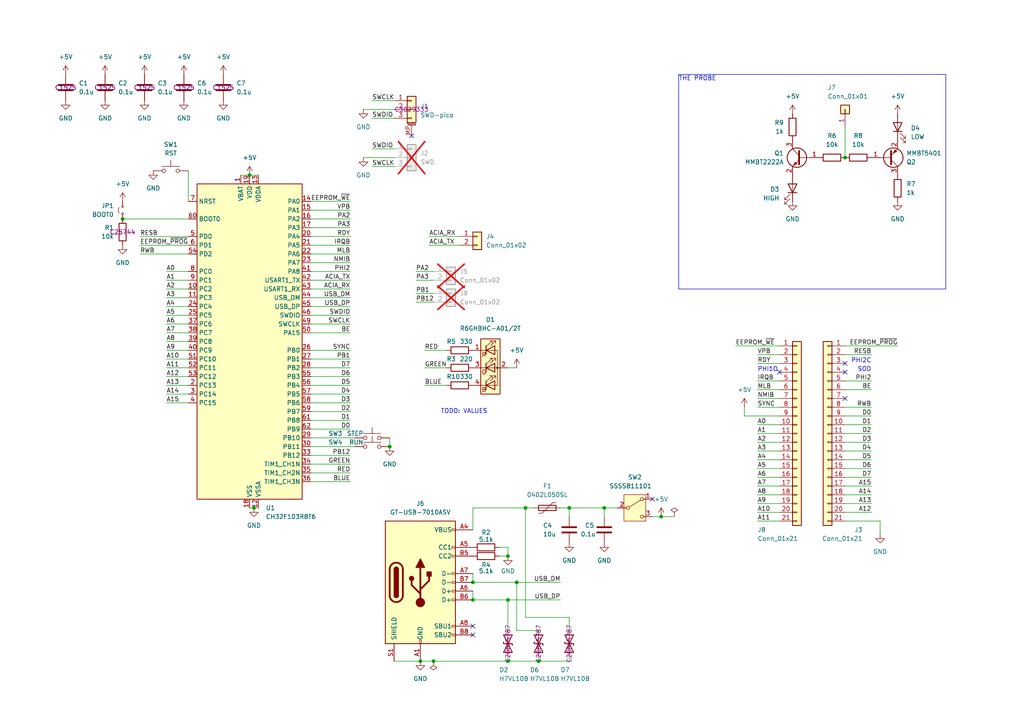
<source format=kicad_sch>
(kicad_sch (version 20250114) (generator "eeschema") (generator_version "9.0")
  (paper "A4")
  (lib_symbols
    (symbol "Connector:USB_C_Receptacle_USB2.0_16P" (pin_names (offset 1.016))
      (property "Reference" "J" (at 0 22.225 0))
      (property "Value" "USB_C_Receptacle_USB2.0_16P" (at 0 19.685 0))
      (symbol "USB_C_Receptacle_USB2.0_16P_1_1"
        (pin passive line (at -7.62 -22.86 90) (length 5.08) (name "SHIELD") (number "S1"))
        (pin passive line (at 0 -22.86 90) (length 5.08) (name "GND") (number "A1"))
        (pin passive line (at 0 -22.86 90) (length 5.08) (hide yes) (name "GND") (number "A12"))
        (pin passive line (at 0 -22.86 90) (length 5.08) (hide yes) (name "GND") (number "B1"))
        (pin passive line (at 0 -22.86 90) (length 5.08) (hide yes) (name "GND") (number "B12"))
        (pin passive line (at 15.24 15.24 180) (length 5.08) (name "VBUS") (number "A4"))
        (pin passive line (at 15.24 15.24 180) (length 5.08) (hide yes) (name "VBUS") (number "A9"))
        (pin passive line (at 15.24 15.24 180) (length 5.08) (hide yes) (name "VBUS") (number "B4"))
        (pin passive line (at 15.24 15.24 180) (length 5.08) (hide yes) (name "VBUS") (number "B9"))
        (pin bidirectional line (at 15.24 10.16 180) (length 5.08) (name "CC1") (number "A5"))
        (pin bidirectional line (at 15.24 7.62 180) (length 5.08) (name "CC2") (number "B5"))
        (pin bidirectional line (at 15.24 2.54 180) (length 5.08) (name "D-") (number "A7"))
        (pin bidirectional line (at 15.24 0 180) (length 5.08) (name "D-") (number "B7"))
        (pin bidirectional line (at 15.24 -2.54 180) (length 5.08) (name "D+") (number "A6"))
        (pin bidirectional line (at 15.24 -5.08 180) (length 5.08) (name "D+") (number "B6"))
        (pin bidirectional line (at 15.24 -12.7 180) (length 5.08) (name "SBU1") (number "A8"))
        (pin bidirectional line (at 15.24 -15.24 180) (length 5.08) (name "SBU2") (number "B8"))
      )
    )
    (symbol "Connector_Generic:Conn_01x01" (pin_names (offset 1.016) (hide yes))
      (property "Reference" "J" (at 0 2.54 0))
      (property "Value" "Conn_01x01" (at 0 -2.54 0))
      (symbol "Conn_01x01_1_1"
        (pin passive line (at -5.08 0 0) (length 3.81) (name "Pin_1") (number "1"))
      )
    )
    (symbol "Connector_Generic:Conn_01x02" (pin_names (offset 1.016) (hide yes))
      (property "Reference" "J" (at 0 2.54 0))
      (property "Value" "Conn_01x02" (at 0 -5.08 0))
      (symbol "Conn_01x02_1_1"
        (pin passive line (at -5.08 0 0) (length 3.81) (name "Pin_1") (number "1"))
        (pin passive line (at -5.08 -2.54 0) (length 3.81) (name "Pin_2") (number "2"))
      )
    )
    (symbol "Connector_Generic:Conn_01x03" (pin_names (offset 1.016) (hide yes))
      (property "Reference" "J" (at 0 5.08 0))
      (property "Value" "Conn_01x03" (at 0 -5.08 0))
      (symbol "Conn_01x03_1_1"
        (pin passive line (at -5.08 2.54 0) (length 3.81) (name "Pin_1") (number "1"))
        (pin passive line (at -5.08 0 0) (length 3.81) (name "Pin_2") (number "2"))
        (pin passive line (at -5.08 -2.54 0) (length 3.81) (name "Pin_3") (number "3"))
      )
    )
    (symbol "Connector_Generic:Conn_01x21" (pin_names (offset 1.016) (hide yes))
      (property "Reference" "J" (at 0 27.94 0))
      (property "Value" "Conn_01x21" (at 0 -27.94 0))
      (symbol "Conn_01x21_1_1"
        (pin passive line (at -5.08 25.4 0) (length 3.81) (name "Pin_1") (number "1"))
        (pin passive line (at -5.08 22.86 0) (length 3.81) (name "Pin_2") (number "2"))
        (pin passive line (at -5.08 20.32 0) (length 3.81) (name "Pin_3") (number "3"))
        (pin passive line (at -5.08 17.78 0) (length 3.81) (name "Pin_4") (number "4"))
        (pin passive line (at -5.08 15.24 0) (length 3.81) (name "Pin_5") (number "5"))
        (pin passive line (at -5.08 12.7 0) (length 3.81) (name "Pin_6") (number "6"))
        (pin passive line (at -5.08 10.16 0) (length 3.81) (name "Pin_7") (number "7"))
        (pin passive line (at -5.08 7.62 0) (length 3.81) (name "Pin_8") (number "8"))
        (pin passive line (at -5.08 5.08 0) (length 3.81) (name "Pin_9") (number "9"))
        (pin passive line (at -5.08 2.54 0) (length 3.81) (name "Pin_10") (number "10"))
        (pin passive line (at -5.08 0 0) (length 3.81) (name "Pin_11") (number "11"))
        (pin passive line (at -5.08 -2.54 0) (length 3.81) (name "Pin_12") (number "12"))
        (pin passive line (at -5.08 -5.08 0) (length 3.81) (name "Pin_13") (number "13"))
        (pin passive line (at -5.08 -7.62 0) (length 3.81) (name "Pin_14") (number "14"))
        (pin passive line (at -5.08 -10.16 0) (length 3.81) (name "Pin_15") (number "15"))
        (pin passive line (at -5.08 -12.7 0) (length 3.81) (name "Pin_16") (number "16"))
        (pin passive line (at -5.08 -15.24 0) (length 3.81) (name "Pin_17") (number "17"))
        (pin passive line (at -5.08 -17.78 0) (length 3.81) (name "Pin_18") (number "18"))
        (pin passive line (at -5.08 -20.32 0) (length 3.81) (name "Pin_19") (number "19"))
        (pin passive line (at -5.08 -22.86 0) (length 3.81) (name "Pin_20") (number "20"))
        (pin passive line (at -5.08 -25.4 0) (length 3.81) (name "Pin_21") (number "21"))
      )
    )
    (symbol "Connector_Generic_MountingPin:Conn_01x03_MountingPin" (pin_names (offset 1.016) (hide yes))
      (property "Reference" "J" (at 0 5.08 0))
      (property "Value" "Conn_01x03_MountingPin" (at 1.27 -5.08 0))
      (symbol "Conn_01x03_MountingPin_1_1"
        (text "Mounting" (at 0 -4.191 0) (effects (font (size 0.381 0.381))))
        (pin passive line (at -5.08 2.54 0) (length 3.81) (name "Pin_1") (number "1"))
        (pin passive line (at -5.08 0 0) (length 3.81) (name "Pin_2") (number "2"))
        (pin passive line (at -5.08 -2.54 0) (length 3.81) (name "Pin_3") (number "3"))
        (pin passive line (at 0 -7.62 90) (length 3.048) (name "MountPin") (number "MP"))
      )
    )
    (symbol "Device:C" (pin_numbers (hide yes)) (pin_names (offset 0.254))
      (property "Reference" "C" (at 0.635 2.54 0))
      (property "Value" "C" (at 0.635 -2.54 0))
      (symbol "C_1_1"
        (pin passive line (at 0 3.81 270) (length 2.794) (name "~") (number "1"))
        (pin passive line (at 0 -3.81 90) (length 2.794) (name "~") (number "2"))
      )
    )
    (symbol "Device:D_TVS" (pin_numbers (hide yes)) (pin_names (offset 1.016) (hide yes))
      (property "Reference" "D" (at 0 2.54 0))
      (property "Value" "D_TVS" (at 0 -2.54 0))
      (symbol "D_TVS_1_1"
        (pin passive line (at -3.81 0 0) (length 2.54) (name "A1") (number "1"))
        (pin passive line (at 3.81 0 180) (length 2.54) (name "A2") (number "2"))
      )
    )
    (symbol "Device:LED" (pin_numbers (hide yes)) (pin_names (offset 1.016) (hide yes))
      (property "Reference" "D" (at 0 2.54 0))
      (property "Value" "LED" (at 0 -2.54 0))
      (symbol "LED_1_1"
        (pin passive line (at -3.81 0 0) (length 2.54) (name "K") (number "1"))
        (pin passive line (at 3.81 0 180) (length 2.54) (name "A") (number "2"))
      )
    )
    (symbol "Device:LED_RAGB" (pin_names (offset 0) (hide yes))
      (property "Reference" "D" (at 0 9.398 0))
      (property "Value" "LED_RAGB" (at 0 -8.89 0))
      (symbol "LED_RAGB_0_0"
        (text "R" (at -1.905 3.81 0) (effects (font (size 1.27 1.27))))
        (text "G" (at -1.905 -1.27 0) (effects (font (size 1.27 1.27))))
        (text "B" (at -1.905 -6.35 0) (effects (font (size 1.27 1.27))))
      )
      (symbol "LED_RAGB_1_1"
        (pin passive line (at -5.08 5.08 0) (length 2.54) (name "RK") (number "1"))
        (pin passive line (at -5.08 0 0) (length 2.54) (name "GK") (number "3"))
        (pin passive line (at -5.08 -5.08 0) (length 2.54) (name "BK") (number "4"))
        (pin passive line (at 5.08 0 180) (length 2.54) (name "A") (number "2"))
      )
    )
    (symbol "Device:Polyfuse" (pin_numbers (hide yes)) (pin_names (offset 0))
      (property "Reference" "F" (at -2.54 0 90))
      (property "Value" "Polyfuse" (at 2.54 0 90))
      (symbol "Polyfuse_1_1"
        (pin passive line (at 0 3.81 270) (length 1.27) (name "~") (number "1"))
        (pin passive line (at 0 -3.81 90) (length 1.27) (name "~") (number "2"))
      )
    )
    (symbol "Device:R" (pin_numbers (hide yes)) (pin_names (offset 0))
      (property "Reference" "R" (at 2.032 0 90))
      (property "Value" "R" (at 0 0 90))
      (symbol "R_1_1"
        (pin passive line (at 0 3.81 270) (length 1.27) (name "~") (number "1"))
        (pin passive line (at 0 -3.81 90) (length 1.27) (name "~") (number "2"))
      )
    )
    (symbol "Jumper:Jumper_2_Small_Open" (pin_numbers (hide yes)) (pin_names (offset 0) (hide yes)) (exclude_from_sim yes)
      (property "Reference" "JP" (at 0 2.794 0))
      (property "Value" "Jumper_2_Small_Open" (at 0 -2.286 0))
      (symbol "Jumper_2_Small_Open_1_1"
        (pin passive line (at -2.54 0 0) (length 1.27) (name "A") (number "1"))
        (pin passive line (at 2.54 0 180) (length 1.27) (name "B") (number "2"))
      )
    )
    (symbol "LED_1" (pin_numbers (hide yes)) (pin_names (offset 1.016) (hide yes))
      (property "Reference" "D" (at 0 2.54 0))
      (property "Value" "LED" (at 0 -2.54 0))
      (symbol "LED_1_1_1"
        (pin passive line (at -3.81 0 0) (length 2.54) (name "K") (number "1"))
        (pin passive line (at 3.81 0 180) (length 2.54) (name "A") (number "2"))
      )
    )
    (symbol "Switch:SW_Push" (pin_numbers (hide yes)) (pin_names (offset 1.016) (hide yes))
      (property "Reference" "SW" (at 1.27 2.54 0))
      (property "Value" "SW_Push" (at 0 -1.524 0))
      (symbol "SW_Push_0_1"
        (pin passive line (at -5.08 0 0) (length 2.54) (name "1") (number "1"))
        (pin passive line (at 5.08 0 180) (length 2.54) (name "2") (number "2"))
      )
    )
    (symbol "Switch:SW_SPDT" (pin_names (offset 0) (hide yes))
      (property "Reference" "SW" (at 0 5.08 0))
      (property "Value" "SW_SPDT" (at 0 -5.08 0))
      (symbol "SW_SPDT_1_1"
        (pin passive line (at -5.08 0 0) (length 2.54) (name "B") (number "2"))
        (pin passive line (at 5.08 2.54 180) (length 2.54) (name "A") (number "1"))
        (pin passive line (at 5.08 -2.54 180) (length 2.54) (name "C") (number "3"))
      )
    )
    (symbol "Transistor_BJT:MMBT2222A" (pin_names (offset 0) (hide yes))
      (property "Reference" "Q" (at 5.08 1.905 0))
      (property "Value" "MMBT2222A" (at 5.08 0 0))
      (symbol "MMBT2222A_1_1"
        (pin input line (at -5.08 0 0) (length 2.54) (name "B") (number "1"))
        (pin passive line (at 2.54 5.08 270) (length 2.54) (name "C") (number "3"))
        (pin passive line (at 2.54 -5.08 90) (length 2.54) (name "E") (number "2"))
      )
    )
    (symbol "Transistor_BJT:Q_PNP_BEC" (pin_names (offset 0) (hide yes))
      (property "Reference" "Q" (at 5.08 1.27 0))
      (property "Value" "Q_PNP_BEC" (at 5.08 -1.27 0))
      (symbol "Q_PNP_BEC_1_1"
        (pin input line (at -5.08 0 0) (length 2.54) (name "B") (number "1"))
        (pin passive line (at 2.54 5.08 270) (length 2.54) (name "C") (number "3"))
        (pin passive line (at 2.54 -5.08 90) (length 2.54) (name "E") (number "2"))
      )
    )
    (symbol "custom:CH32F103R8T6"
      (property "Reference" "U" (at 4.6833 -48.26 0))
      (property "Value" "CH32F103R8T6" (at 4.6833 -50.8 0))
      (symbol "CH32F103R8T6_1_1"
        (pin input line (at -17.78 40.64 0) (length 2.54) (name "NRST") (number "7"))
        (pin input line (at -17.78 35.56 0) (length 2.54) (name "BOOT0") (number "60"))
        (pin bidirectional line (at -17.78 30.48 0) (length 2.54) (name "PD0") (number "5"))
        (pin bidirectional line (at -17.78 27.94 0) (length 2.54) (name "PD1") (number "6"))
        (pin bidirectional line (at -17.78 25.4 0) (length 2.54) (name "PD2") (number "54"))
        (pin bidirectional line (at -17.78 20.32 0) (length 2.54) (name "PC0") (number "8"))
        (pin bidirectional line (at -17.78 17.78 0) (length 2.54) (name "PC1") (number "9"))
        (pin bidirectional line (at -17.78 15.24 0) (length 2.54) (name "PC2") (number "10"))
        (pin bidirectional line (at -17.78 12.7 0) (length 2.54) (name "PC3") (number "11"))
        (pin bidirectional line (at -17.78 10.16 0) (length 2.54) (name "PC4") (number "24"))
        (pin bidirectional line (at -17.78 7.62 0) (length 2.54) (name "PC5") (number "25"))
        (pin bidirectional line (at -17.78 5.08 0) (length 2.54) (name "PC6") (number "37"))
        (pin bidirectional line (at -17.78 2.54 0) (length 2.54) (name "PC7") (number "38"))
        (pin bidirectional line (at -17.78 0 0) (length 2.54) (name "PC8") (number "39"))
        (pin bidirectional line (at -17.78 -2.54 0) (length 2.54) (name "PC9") (number "40"))
        (pin bidirectional line (at -17.78 -5.08 0) (length 2.54) (name "PC10") (number "51"))
        (pin bidirectional line (at -17.78 -7.62 0) (length 2.54) (name "PC11") (number "52"))
        (pin bidirectional line (at -17.78 -10.16 0) (length 2.54) (name "PC12") (number "53"))
        (pin bidirectional line (at -17.78 -12.7 0) (length 2.54) (name "PC13") (number "2"))
        (pin bidirectional line (at -17.78 -15.24 0) (length 2.54) (name "PC14") (number "3"))
        (pin bidirectional line (at -17.78 -17.78 0) (length 2.54) (name "PC15") (number "4"))
        (pin power_in line (at -2.54 48.26 270) (length 2.54) (name "VBAT") (number "1"))
        (pin power_in line (at 0 48.26 270) (length 2.54) (name "VDD") (number "19"))
        (pin passive line (at 0 48.26 270) (length 2.54) (hide yes) (name "VDD") (number "32"))
        (pin passive line (at 0 48.26 270) (length 2.54) (hide yes) (name "VDD") (number "48"))
        (pin passive line (at 0 48.26 270) (length 2.54) (hide yes) (name "VDD") (number "64"))
        (pin power_in line (at 0 -48.26 90) (length 2.54) (name "VSS") (number "18"))
        (pin passive line (at 0 -48.26 90) (length 2.54) (hide yes) (name "VSS") (number "31"))
        (pin passive line (at 0 -48.26 90) (length 2.54) (hide yes) (name "VSS") (number "47"))
        (pin passive line (at 0 -48.26 90) (length 2.54) (hide yes) (name "VSS") (number "63"))
        (pin power_in line (at 2.54 48.26 270) (length 2.54) (name "VDDA") (number "13"))
        (pin power_in line (at 2.54 -48.26 90) (length 2.54) (name "VSSA") (number "12"))
        (pin bidirectional line (at 17.78 40.64 180) (length 2.54) (name "PA0") (number "14"))
        (pin bidirectional line (at 17.78 38.1 180) (length 2.54) (name "PA1") (number "15"))
        (pin bidirectional line (at 17.78 35.56 180) (length 2.54) (name "PA2") (number "16") (alternate "" input line))
        (pin bidirectional line (at 17.78 33.02 180) (length 2.54) (name "PA3") (number "17") (alternate "" input line))
        (pin bidirectional line (at 17.78 30.48 180) (length 2.54) (name "PA4") (number "20"))
        (pin bidirectional line (at 17.78 27.94 180) (length 2.54) (name "PA5") (number "21"))
        (pin bidirectional line (at 17.78 25.4 180) (length 2.54) (name "PA6") (number "22"))
        (pin bidirectional line (at 17.78 22.86 180) (length 2.54) (name "PA7") (number "23") (alternate "TIM1_CH1N" bidirectional line))
        (pin bidirectional line (at 17.78 20.32 180) (length 2.54) (name "PA8") (number "41"))
        (pin bidirectional line (at 17.78 17.78 180) (length 2.54) (name "PA9") (number "42") (alternate "USART1_TX" bidirectional line))
        (pin bidirectional line (at 17.78 15.24 180) (length 2.54) (name "PA10") (number "43") (alternate "USART1_RX" bidirectional line))
        (pin bidirectional line (at 17.78 12.7 180) (length 2.54) (name "PA11") (number "44") (alternate "USB_DM" bidirectional line))
        (pin bidirectional line (at 17.78 10.16 180) (length 2.54) (name "PA12") (number "45") (alternate "USB_DP" bidirectional line))
        (pin bidirectional line (at 17.78 7.62 180) (length 2.54) (name "PA13") (number "46") (alternate "SWDIO" bidirectional line))
        (pin bidirectional line (at 17.78 5.08 180) (length 2.54) (name "PA14") (number "49") (alternate "SWCLK" bidirectional line))
        (pin bidirectional line (at 17.78 2.54 180) (length 2.54) (name "PA15") (number "50"))
        (pin bidirectional line (at 17.78 -2.54 180) (length 2.54) (name "PB0") (number "26") (alternate "TIM1_CH2N" bidirectional line))
        (pin bidirectional line (at 17.78 -5.08 180) (length 2.54) (name "PB1") (number "27") (alternate "TIM1_CH3N" bidirectional line))
        (pin bidirectional line (at 17.78 -7.62 180) (length 2.54) (name "PB2") (number "28"))
        (pin bidirectional line (at 17.78 -10.16 180) (length 2.54) (name "PB3") (number "55"))
        (pin bidirectional line (at 17.78 -12.7 180) (length 2.54) (name "PB4") (number "56"))
        (pin bidirectional line (at 17.78 -15.24 180) (length 2.54) (name "PB5") (number "57"))
        (pin bidirectional line (at 17.78 -17.78 180) (length 2.54) (name "PB6") (number "58") (alternate "USART1_TX" bidirectional line))
        (pin bidirectional line (at 17.78 -20.32 180) (length 2.54) (name "PB7") (number "59") (alternate "USART1_RX" bidirectional line))
        (pin bidirectional line (at 17.78 -22.86 180) (length 2.54) (name "PB8") (number "61"))
        (pin bidirectional line (at 17.78 -25.4 180) (length 2.54) (name "PB9") (number "62"))
        (pin bidirectional line (at 17.78 -27.94 180) (length 2.54) (name "PB10") (number "29"))
        (pin bidirectional line (at 17.78 -30.48 180) (length 2.54) (name "PB11") (number "30"))
        (pin bidirectional line (at 17.78 -33.02 180) (length 2.54) (name "PB12") (number "33"))
        (pin bidirectional line (at 17.78 -35.56 180) (length 2.54) (name "PB13") (number "34") (alternate "TIM1_CH1N" bidirectional line))
        (pin bidirectional line (at 17.78 -38.1 180) (length 2.54) (name "PB14") (number "35") (alternate "TIM1_CH2N" bidirectional line))
        (pin bidirectional line (at 17.78 -40.64 180) (length 2.54) (name "PB15") (number "36") (alternate "TIM1_CH3N" bidirectional line))
      )
    )
    (symbol "power:+5V" (power) (pin_numbers (hide yes)) (pin_names (offset 0) (hide yes))
      (property "Value" "+5V" (at 0 3.556 0))
      (symbol "+5V_1_1"
        (pin power_in line (at 0 0 90) (length 0) (name "~") (number "1"))
      )
    )
    (symbol "power:GND" (power) (pin_numbers (hide yes)) (pin_names (offset 0) (hide yes))
      (property "Value" "GND" (at 0 -3.81 0))
      (symbol "GND_1_1"
        (pin power_in line (at 0 0 270) (length 0) (name "~") (number "1"))
      )
    )
    (symbol "power:PWR_FLAG" (power) (pin_numbers (hide yes)) (pin_names (offset 0) (hide yes))
      (property "Value" "PWR_FLAG" (at 0 3.81 0))
      (symbol "PWR_FLAG_0_0"
        (pin power_out line (at 0 0 90) (length 0) (name "~") (number "1"))
      )
    )
  )
  (rectangle (start 196.85 21.59) (end 274.32 83.82))
  (text "SOD" (at 252.73 107.95 0) (effects (font (size 1.27 1.27)) (justify right bottom)))
  (text "THE PROBE" (at 196.85 22.86 0) (effects (font (size 1.27 1.27)) (justify left)))
  (text "PHI2C" (at 252.73 105.41 0) (effects (font (size 1.27 1.27)) (justify right bottom)))
  (text "TODO: VALUES" (at 134.62 119.38 0) (effects (font (size 1.27 1.27))))
  (text "PHI1O" (at 219.71 107.95 0) (effects (font (size 1.27 1.27)) (justify left bottom)))
  (junction (at 125.73 191.77))
  (junction (at 113.03 129.54))
  (junction (at 191.77 149.86))
  (junction (at 156.21 191.77))
  (junction (at 121.92 191.77))
  (junction (at 137.16 173.99))
  (junction (at 175.26 147.32))
  (junction (at 72.39 50.8))
  (junction (at 137.16 168.91))
  (junction (at 147.32 173.99))
  (junction (at 149.86 168.91))
  (junction (at 152.4 147.32))
  (junction (at 73.66 147.32))
  (junction (at 147.32 161.29))
  (junction (at 165.1 147.32))
  (junction (at 35.56 63.5))
  (junction (at 147.32 191.77))
  (junction (at 245.11 45.72))
  (no_connect (at 189.23 144.78))
  (no_connect (at 245.11 105.41))
  (no_connect (at 245.11 107.95))
  (no_connect (at 119.38 39.37))
  (no_connect (at 137.16 181.61))
  (no_connect (at 226.06 107.95))
  (no_connect (at 245.11 115.57))
  (no_connect (at 137.16 184.15))
  (wire (pts (xy 252.73 133.35) (xy 245.11 133.35)))
  (wire (pts (xy 90.17 101.6) (xy 101.6 101.6)))
  (wire (pts (xy 144.78 161.29) (xy 147.32 161.29)))
  (wire (pts (xy 90.17 127) (xy 102.87 127)))
  (wire (pts (xy 219.71 133.35) (xy 226.06 133.35)))
  (wire (pts (xy 219.71 105.41) (xy 226.06 105.41)))
  (wire (pts (xy 252.73 110.49) (xy 245.11 110.49)))
  (wire (pts (xy 215.9 118.11) (xy 215.9 120.65)))
  (wire (pts (xy 252.73 135.89) (xy 245.11 135.89)))
  (wire (pts (xy 48.26 99.06) (xy 54.61 99.06)))
  (wire (pts (xy 48.26 116.84) (xy 54.61 116.84)))
  (wire (pts (xy 120.65 85.09) (xy 125.73 85.09)))
  (wire (pts (xy 90.17 119.38) (xy 101.6 119.38)))
  (wire (pts (xy 123.19 106.68) (xy 129.54 106.68)))
  (wire (pts (xy 195.58 149.86) (xy 191.77 149.86)))
  (wire (pts (xy 252.73 118.11) (xy 245.11 118.11)))
  (wire (pts (xy 90.17 91.44) (xy 101.6 91.44)))
  (wire (pts (xy 252.73 130.81) (xy 245.11 130.81)))
  (wire (pts (xy 90.17 116.84) (xy 101.6 116.84)))
  (wire (pts (xy 90.17 71.12) (xy 101.6 71.12)))
  (wire (pts (xy 107.95 29.21) (xy 114.3 29.21)))
  (wire (pts (xy 123.19 101.6) (xy 129.54 101.6)))
  (wire (pts (xy 48.26 104.14) (xy 54.61 104.14)))
  (wire (pts (xy 219.71 146.05) (xy 226.06 146.05)))
  (wire (pts (xy 179.07 147.32) (xy 175.26 147.32)))
  (wire (pts (xy 147.32 173.99) (xy 162.56 173.99)))
  (wire (pts (xy 54.61 71.12) (xy 40.64 71.12)))
  (wire (pts (xy 219.71 140.97) (xy 226.06 140.97)))
  (wire (pts (xy 90.17 58.42) (xy 101.6 58.42)))
  (wire (pts (xy 107.95 48.26) (xy 114.3 48.26)))
  (wire (pts (xy 219.71 125.73) (xy 226.06 125.73)))
  (wire (pts (xy 48.26 83.82) (xy 54.61 83.82)))
  (wire (pts (xy 90.17 121.92) (xy 101.6 121.92)))
  (wire (pts (xy 120.65 78.74) (xy 125.73 78.74)))
  (wire (pts (xy 219.71 115.57) (xy 226.06 115.57)))
  (wire (pts (xy 219.71 138.43) (xy 226.06 138.43)))
  (wire (pts (xy 147.32 173.99) (xy 147.32 182.88)))
  (wire (pts (xy 152.4 147.32) (xy 152.4 179.07)))
  (wire (pts (xy 90.17 109.22) (xy 101.6 109.22)))
  (wire (pts (xy 165.1 147.32) (xy 162.56 147.32)))
  (wire (pts (xy 90.17 114.3) (xy 101.6 114.3)))
  (wire (pts (xy 165.1 147.32) (xy 165.1 149.86)))
  (wire (pts (xy 90.17 83.82) (xy 101.6 83.82)))
  (wire (pts (xy 213.36 100.33) (xy 226.06 100.33)))
  (wire (pts (xy 175.26 147.32) (xy 175.26 149.86)))
  (wire (pts (xy 48.26 111.76) (xy 54.61 111.76)))
  (wire (pts (xy 156.21 190.5) (xy 156.21 191.77)))
  (wire (pts (xy 90.17 63.5) (xy 101.6 63.5)))
  (wire (pts (xy 124.46 68.58) (xy 133.35 68.58)))
  (wire (pts (xy 90.17 66.04) (xy 101.6 66.04)))
  (wire (pts (xy 147.32 191.77) (xy 147.32 190.5)))
  (wire (pts (xy 219.71 128.27) (xy 226.06 128.27)))
  (wire (pts (xy 48.26 91.44) (xy 54.61 91.44)))
  (wire (pts (xy 219.71 130.81) (xy 226.06 130.81)))
  (wire (pts (xy 124.46 71.12) (xy 133.35 71.12)))
  (wire (pts (xy 255.27 151.13) (xy 255.27 154.94)))
  (wire (pts (xy 90.17 68.58) (xy 101.6 68.58)))
  (wire (pts (xy 144.78 158.75) (xy 147.32 158.75)))
  (wire (pts (xy 107.95 34.29) (xy 114.3 34.29)))
  (wire (pts (xy 48.26 86.36) (xy 54.61 86.36)))
  (wire (pts (xy 252.73 102.87) (xy 245.11 102.87)))
  (wire (pts (xy 48.26 81.28) (xy 54.61 81.28)))
  (wire (pts (xy 252.73 120.65) (xy 245.11 120.65)))
  (wire (pts (xy 252.73 148.59) (xy 245.11 148.59)))
  (wire (pts (xy 90.17 96.52) (xy 101.6 96.52)))
  (wire (pts (xy 90.17 124.46) (xy 101.6 124.46)))
  (wire (pts (xy 54.61 49.53) (xy 54.61 58.42)))
  (wire (pts (xy 48.26 93.98) (xy 54.61 93.98)))
  (wire (pts (xy 137.16 173.99) (xy 147.32 173.99)))
  (wire (pts (xy 149.86 168.91) (xy 162.56 168.91)))
  (wire (pts (xy 90.17 88.9) (xy 101.6 88.9)))
  (wire (pts (xy 90.17 111.76) (xy 101.6 111.76)))
  (wire (pts (xy 137.16 147.32) (xy 152.4 147.32)))
  (wire (pts (xy 152.4 147.32) (xy 154.94 147.32)))
  (wire (pts (xy 219.71 110.49) (xy 226.06 110.49)))
  (wire (pts (xy 252.73 138.43) (xy 245.11 138.43)))
  (wire (pts (xy 219.71 113.03) (xy 226.06 113.03)))
  (wire (pts (xy 260.35 100.33) (xy 245.11 100.33)))
  (wire (pts (xy 252.73 113.03) (xy 245.11 113.03)))
  (wire (pts (xy 48.26 109.22) (xy 54.61 109.22)))
  (wire (pts (xy 101.6 134.62) (xy 90.17 134.62)))
  (wire (pts (xy 69.85 50.8) (xy 72.39 50.8)))
  (wire (pts (xy 107.95 43.18) (xy 114.3 43.18)))
  (wire (pts (xy 40.64 68.58) (xy 54.61 68.58)))
  (wire (pts (xy 113.03 127) (xy 113.03 129.54)))
  (wire (pts (xy 149.86 182.88) (xy 156.21 182.88)))
  (wire (pts (xy 105.41 31.75) (xy 114.3 31.75)))
  (wire (pts (xy 35.56 63.5) (xy 54.61 63.5)))
  (wire (pts (xy 255.27 151.13) (xy 245.11 151.13)))
  (wire (pts (xy 101.6 139.7) (xy 90.17 139.7)))
  (wire (pts (xy 149.86 168.91) (xy 149.86 182.88)))
  (wire (pts (xy 90.17 104.14) (xy 101.6 104.14)))
  (wire (pts (xy 215.9 120.65) (xy 226.06 120.65)))
  (wire (pts (xy 165.1 147.32) (xy 175.26 147.32)))
  (wire (pts (xy 48.26 78.74) (xy 54.61 78.74)))
  (wire (pts (xy 90.17 78.74) (xy 101.6 78.74)))
  (wire (pts (xy 189.23 149.86) (xy 191.77 149.86)))
  (wire (pts (xy 48.26 114.3) (xy 54.61 114.3)))
  (wire (pts (xy 48.26 96.52) (xy 54.61 96.52)))
  (wire (pts (xy 48.26 88.9) (xy 54.61 88.9)))
  (wire (pts (xy 73.66 147.32) (xy 74.93 147.32)))
  (wire (pts (xy 137.16 147.32) (xy 137.16 153.67)))
  (wire (pts (xy 120.65 81.28) (xy 125.73 81.28)))
  (wire (pts (xy 54.61 73.66) (xy 40.64 73.66)))
  (wire (pts (xy 123.19 111.76) (xy 129.54 111.76)))
  (wire (pts (xy 90.17 73.66) (xy 101.6 73.66)))
  (wire (pts (xy 165.1 179.07) (xy 165.1 182.88)))
  (wire (pts (xy 137.16 166.37) (xy 137.16 168.91)))
  (wire (pts (xy 252.73 123.19) (xy 245.11 123.19)))
  (wire (pts (xy 252.73 146.05) (xy 245.11 146.05)))
  (wire (pts (xy 156.21 191.77) (xy 165.1 191.77)))
  (wire (pts (xy 245.11 36.83) (xy 245.11 45.72)))
  (wire (pts (xy 90.17 60.96) (xy 101.6 60.96)))
  (wire (pts (xy 137.16 171.45) (xy 137.16 173.99)))
  (wire (pts (xy 48.26 106.68) (xy 54.61 106.68)))
  (wire (pts (xy 219.71 151.13) (xy 226.06 151.13)))
  (wire (pts (xy 121.92 191.77) (xy 125.73 191.77)))
  (wire (pts (xy 147.32 158.75) (xy 147.32 161.29)))
  (wire (pts (xy 90.17 106.68) (xy 101.6 106.68)))
  (wire (pts (xy 252.73 143.51) (xy 245.11 143.51)))
  (wire (pts (xy 90.17 129.54) (xy 102.87 129.54)))
  (wire (pts (xy 219.71 102.87) (xy 226.06 102.87)))
  (wire (pts (xy 219.71 143.51) (xy 226.06 143.51)))
  (wire (pts (xy 252.73 128.27) (xy 245.11 128.27)))
  (wire (pts (xy 105.41 45.72) (xy 114.3 45.72)))
  (wire (pts (xy 219.71 135.89) (xy 226.06 135.89)))
  (wire (pts (xy 137.16 168.91) (xy 149.86 168.91)))
  (wire (pts (xy 252.73 125.73) (xy 245.11 125.73)))
  (wire (pts (xy 90.17 76.2) (xy 101.6 76.2)))
  (wire (pts (xy 90.17 86.36) (xy 101.6 86.36)))
  (wire (pts (xy 219.71 118.11) (xy 226.06 118.11)))
  (wire (pts (xy 101.6 137.16) (xy 90.17 137.16)))
  (wire (pts (xy 90.17 132.08) (xy 101.6 132.08)))
  (wire (pts (xy 72.39 147.32) (xy 73.66 147.32)))
  (wire (pts (xy 219.71 123.19) (xy 226.06 123.19)))
  (wire (pts (xy 114.3 191.77) (xy 121.92 191.77)))
  (wire (pts (xy 125.73 191.77) (xy 147.32 191.77)))
  (wire (pts (xy 147.32 191.77) (xy 156.21 191.77)))
  (wire (pts (xy 90.17 93.98) (xy 101.6 93.98)))
  (wire (pts (xy 72.39 50.8) (xy 74.93 50.8)))
  (wire (pts (xy 152.4 179.07) (xy 165.1 179.07)))
  (wire (pts (xy 219.71 148.59) (xy 226.06 148.59)))
  (wire (pts (xy 90.17 81.28) (xy 101.6 81.28)))
  (wire (pts (xy 252.73 140.97) (xy 245.11 140.97)))
  (wire (pts (xy 48.26 101.6) (xy 54.61 101.6)))
  (wire (pts (xy 120.65 87.63) (xy 125.73 87.63)))
  (wire (pts (xy 147.32 106.68) (xy 149.86 106.68)))
  (wire (pts (xy 165.1 191.77) (xy 165.1 190.5)))
  (label "A12" (at 252.73 148.59 180))
  (label "PB1" (at 101.6 104.14 180))
  (label "ACIA_RX" (at 101.6 83.82 180))
  (label "PB12" (at 101.6 132.08 180))
  (label "USB_DM" (at 162.56 168.91 180))
  (label "USB_DP" (at 162.56 173.99 180))
  (label "A14" (at 252.73 143.51 180))
  (label "A0" (at 219.71 123.19 0))
  (label "D3" (at 101.6 116.84 180))
  (label "A13" (at 252.73 146.05 180))
  (label "SWDIO" (at 101.6 91.44 180))
  (label "BLUE" (at 123.19 111.76 0))
  (label "A14" (at 48.26 114.3 0))
  (label "ACIA_TX" (at 124.46 71.12 0))
  (label "A5" (at 48.26 91.44 0))
  (label "D2" (at 252.73 125.73 180))
  (label "RDY" (at 101.6 68.58 180))
  (label "D5" (at 252.73 133.35 180))
  (label "USB_DM" (at 101.6 86.36 180))
  (label "SYNC" (at 219.71 118.11 0))
  (label "A9" (at 219.71 146.05 0))
  (label "SWCLK" (at 101.6 93.98 180))
  (label "A13" (at 48.26 111.76 0))
  (label "A15" (at 48.26 116.84 0))
  (label "A7" (at 48.26 96.52 0))
  (label "D6" (at 101.6 109.22 180))
  (label "EEPROM_~{WE}" (at 213.36 100.33 0))
  (label "D1" (at 101.6 121.92 180))
  (label "BE" (at 101.6 96.52 180))
  (label "EEPROM_~{WE}" (at 101.6 58.42 180))
  (label "A7" (at 219.71 140.97 0))
  (label "SYNC" (at 101.6 101.6 180))
  (label "D4" (at 101.6 114.3 180))
  (label "PA3" (at 101.6 66.04 180))
  (label "D7" (at 101.6 106.68 180))
  (label "A5" (at 219.71 135.89 0))
  (label "D7" (at 252.73 138.43 180))
  (label "D0" (at 101.6 124.46 180))
  (label "VPB" (at 101.6 60.96 180))
  (label "RESB" (at 252.73 102.87 180))
  (label "A3" (at 48.26 86.36 0))
  (label "A4" (at 219.71 133.35 0))
  (label "SWCLK" (at 107.95 48.26 0))
  (label "BLUE" (at 101.6 139.7 180))
  (label "D5" (at 101.6 111.76 180))
  (label "NMIB" (at 101.6 76.2 180))
  (label "A2" (at 219.71 128.27 0))
  (label "A6" (at 48.26 93.98 0))
  (label "A3" (at 219.71 130.81 0))
  (label "A15" (at 252.73 140.97 180))
  (label "A10" (at 48.26 104.14 0))
  (label "A11" (at 219.71 151.13 0))
  (label "A0" (at 48.26 78.74 0))
  (label "A9" (at 48.26 101.6 0))
  (label "ACIA_RX" (at 124.46 68.58 0))
  (label "PA2" (at 101.6 63.5 180))
  (label "IRQB" (at 219.71 110.49 0))
  (label "ACIA_TX" (at 101.6 81.28 180))
  (label "RED" (at 101.6 137.16 180))
  (label "A11" (at 48.26 106.68 0))
  (label "EEPROM_~{PROG}" (at 40.64 71.12 0))
  (label "D2" (at 101.6 119.38 180))
  (label "PB12" (at 120.65 87.63 0))
  (label "VPB" (at 219.71 102.87 0))
  (label "RDY" (at 219.71 105.41 0))
  (label "PHI2" (at 252.73 110.49 180))
  (label "A4" (at 48.26 88.9 0))
  (label "RED" (at 123.19 101.6 0))
  (label "MLB" (at 101.6 73.66 180))
  (label "SWCLK" (at 107.95 29.21 0))
  (label "PA3" (at 120.65 81.28 0))
  (label "A6" (at 219.71 138.43 0))
  (label "SWDIO" (at 107.95 43.18 0))
  (label "A8" (at 48.26 99.06 0))
  (label "RESB" (at 40.64 68.58 0))
  (label "D0" (at 252.73 120.65 180))
  (label "IRQB" (at 101.6 71.12 180))
  (label "PB1" (at 120.65 85.09 0))
  (label "A1" (at 48.26 81.28 0))
  (label "D6" (at 252.73 135.89 180))
  (label "RWB" (at 252.73 118.11 180))
  (label "D1" (at 252.73 123.19 180))
  (label "A12" (at 48.26 109.22 0))
  (label "GREEN" (at 123.19 106.68 0))
  (label "A10" (at 219.71 148.59 0))
  (label "RWB" (at 40.64 73.66 0))
  (label "A1" (at 219.71 125.73 0))
  (label "PHI2" (at 101.6 78.74 180))
  (label "BE" (at 252.73 113.03 180))
  (label "SWDIO" (at 107.95 34.29 0))
  (label "EEPROM_~{PROG}" (at 260.35 100.33 180))
  (label "D4" (at 252.73 130.81 180))
  (label "D3" (at 252.73 128.27 180))
  (label "USB_DP" (at 101.6 88.9 180))
  (label "MLB" (at 219.71 113.03 0))
  (label "PA2" (at 120.65 78.74 0))
  (label "A8" (at 219.71 143.51 0))
  (label "NMIB" (at 219.71 115.57 0))
  (label "GREEN" (at 101.6 134.62 180))
  (label "A2" (at 48.26 83.82 0))
  (symbol (lib_id "Device:D_TVS") (at 147.32 186.69 90) (unit 1)
    (property "Reference" "D2" (at 144.78 194.31 90) (effects (justify right)))
    (property "Value" "H7VL10B" (at 144.78 196.85 90) (effects (justify right)))
    (property "Footprint" "Diode_SMD:D_SOD-882" (effects (hide yes)))
    (property "Description" "Bidirectional transient-voltage-suppression diode" (effects (hide yes)))
    (property "JLC P/N" "C20615787" (at 147.32 186.69 0))
  )
  (symbol (lib_id "Device:R") (at 140.97 158.75 90) (unit 1)
    (property "Reference" "R2" (at 140.97 154.432 90))
    (property "Value" "5.1k" (at 140.97 156.464 90))
    (property "Footprint" "Resistor_SMD:R_0402_1005Metric" (effects (hide yes)))
    (property "Description" "Resistor, US symbol" (effects (hide yes)))
    (property "JLC P/N" "C25905" (effects (hide yes)))
  )
  (symbol (lib_id "Device:C") (at 64.77 25.4 0) (unit 1)
    (property "Reference" "C7" (at 68.58 24.1299 0) (effects (justify left)))
    (property "Value" "0.1u" (at 68.58 26.6699 0) (effects (justify left)))
    (property "Footprint" "Capacitor_SMD:C_0402_1005Metric" (effects (hide yes)))
    (property "Description" "Unpolarized capacitor" (effects (hide yes)))
    (property "JLC P/N" "C1525" (at 64.77 25.4 0))
  )
  (symbol (lib_id "power:+5V") (at 229.87 33.02 0) (unit 1)
    (property "Reference" "#PWR03" (effects (hide yes)))
    (property "Value" "+5V" (at 229.87 27.94 0))
    (property "Description" "Power symbol creates a global label with name \"+5V\"" (effects (hide yes)))
  )
  (symbol (lib_id "custom:CH32F103R8T6") (at 72.39 99.06 0) (unit 1)
    (property "Reference" "U1" (at 77.0733 147.32 0) (effects (justify left)))
    (property "Value" "CH32F103R8T6" (at 77.0733 149.86 0) (effects (justify left)))
    (property "Footprint" "Package_QFP:LQFP-64_10x10mm_P0.5mm" (effects (hide yes)))
    (property "JLC P/N" "C2683478" (effects (hide yes)))
    (pin "16" (alternate "PA2"))
    (pin "17" (alternate "PA3"))
    (pin "42" (alternate "USART1_TX"))
    (pin "43" (alternate "USART1_RX"))
    (pin "44" (alternate "USB_DM"))
    (pin "45" (alternate "USB_DP"))
    (pin "46" (alternate "SWDIO"))
    (pin "49" (alternate "SWCLK"))
    (pin "34" (alternate "TIM1_CH1N"))
    (pin "35" (alternate "TIM1_CH2N"))
    (pin "36" (alternate "TIM1_CH3N"))
  )
  (symbol (lib_id "power:+5V") (at 191.77 149.86 0) (unit 1)
    (property "Reference" "#PWR07" (effects (hide yes)))
    (property "Value" "+5V" (at 191.77 144.78 0))
    (property "Description" "Power symbol creates a global label with name \"+5V\"" (effects (hide yes)))
  )
  (symbol (lib_id "Jumper:Jumper_2_Small_Open") (at 35.56 60.96 90) (mirror x) (unit 1) (exclude_from_sim yes)
    (property "Reference" "JP1" (at 33.02 59.6899 90) (effects (justify left)))
    (property "Value" "BOOT0" (at 33.02 62.2299 90) (effects (justify left)))
    (property "Footprint" "Jumper:SolderJumper-2_P1.3mm_Open_RoundedPad1.0x1.5mm" (effects (hide yes)))
    (property "Description" "Jumper, 2-pole, small symbol, open" (effects (hide yes)))
  )
  (symbol (lib_id "Device:LED_RAGB") (at 142.24 106.68 0) (unit 1)
    (property "Reference" "D1" (at 142.24 92.71 0))
    (property "Value" "R6GHBHC-A01/2T" (at 142.24 95.25 0))
    (property "Footprint" "custom:Everlight_0606" (effects (hide yes)))
    (property "Description" "RGB LED, red/anode/green/blue" (effects (hide yes)))
    (property "JLC P/N" "C60105" (effects (hide yes)))
  )
  (symbol (lib_id "Device:C") (at 53.34 25.4 0) (unit 1)
    (property "Reference" "C6" (at 57.15 24.1299 0) (effects (justify left)))
    (property "Value" "0.1u" (at 57.15 26.6699 0) (effects (justify left)))
    (property "Footprint" "Capacitor_SMD:C_0402_1005Metric" (effects (hide yes)))
    (property "Description" "Unpolarized capacitor" (effects (hide yes)))
    (property "JLC P/N" "C1525" (at 53.34 25.4 0))
  )
  (symbol (lib_id "power:GND") (at 165.1 157.48 0) (unit 1)
    (property "Reference" "#PWR08" (effects (hide yes)))
    (property "Value" "GND" (at 165.1 162.56 0))
    (property "Description" "Power symbol creates a global label with name \"GND\" , ground" (effects (hide yes)))
  )
  (symbol (lib_id "Device:Polyfuse") (at 158.75 147.32 270) (unit 1)
    (property "Reference" "F1" (at 158.75 140.97 90))
    (property "Value" "0402L050SL" (at 158.75 143.51 90))
    (property "Footprint" "Fuse:Fuse_0402_1005Metric" (effects (hide yes)))
    (property "Description" "Resettable fuse, polymeric positive temperature coefficient" (effects (hide yes)))
    (property "JLC P/N" "C206938" (effects (hide yes)))
  )
  (symbol (lib_id "power:GND") (at 147.32 161.29 0) (unit 1)
    (property "Reference" "#PWR06" (effects (hide yes)))
    (property "Value" "GND" (at 147.32 165.608 0))
    (property "Description" "Power symbol creates a global label with name \"GND\" , ground" (effects (hide yes)))
  )
  (symbol (lib_id "Switch:SW_Push") (at 107.95 129.54 0) (mirror y) (unit 1)
    (property "Reference" "SW4" (at 95.25 128.27 0) (effects (justify right)))
    (property "Value" "RUN" (at 105.41 128.27 0) (effects (justify left)))
    (property "Footprint" "custom:SW_Push_SPST_TS-1088" (effects (hide yes)))
    (property "Description" "Push button switch, generic, two pins" (effects (hide yes)))
    (property "JLC P/N" "C720477" (effects (hide yes)))
  )
  (symbol (lib_id "Device:R") (at 248.92 45.72 90) (unit 1)
    (property "Reference" "R8" (at 248.92 39.37 90))
    (property "Value" "10k" (at 248.92 41.91 90))
    (property "Footprint" "Resistor_SMD:R_0402_1005Metric" (effects (hide yes)))
    (property "Description" "Resistor, US symbol" (effects (hide yes)))
    (property "JLC P/N" "C25744" (effects (hide yes)))
  )
  (symbol (lib_id "Device:R") (at 133.35 106.68 90) (unit 1)
    (property "Reference" "R3" (at 129.54 104.14 90) (effects (justify right)))
    (property "Value" "220" (at 137.16 104.14 90) (effects (justify left)))
    (property "Footprint" "Resistor_SMD:R_0402_1005Metric" (effects (hide yes)))
    (property "Description" "Resistor" (effects (hide yes)))
    (property "JLC P/N" "C25091" (effects (hide yes)))
  )
  (symbol (lib_id "power:+5V") (at 41.91 21.59 0) (unit 1)
    (property "Reference" "#PWR025" (effects (hide yes)))
    (property "Value" "+5V" (at 41.91 16.51 0))
    (property "Description" "Power symbol creates a global label with name \"+5V\"" (effects (hide yes)))
  )
  (symbol (lib_id "power:GND") (at 19.05 29.21 0) (unit 1)
    (property "Reference" "#PWR018" (effects (hide yes)))
    (property "Value" "GND" (at 19.05 34.29 0))
    (property "Description" "Power symbol creates a global label with name \"GND\" , ground" (effects (hide yes)))
  )
  (symbol (lib_id "Connector_Generic:Conn_01x21") (at 231.14 125.73 0) (unit 1)
    (property "Reference" "J8" (at 219.71 153.67 0) (effects (justify left)))
    (property "Value" "Conn_01x21" (at 219.71 156.21 0) (effects (justify left)))
    (property "Footprint" "Connector_PinHeader_2.54mm:PinHeader_1x21_P2.54mm_Vertical" (effects (hide yes)))
    (property "Description" "Generic connector, single row, 01x21, script generated (kicad-library-utils/schlib/autogen/connector/)" (effects (hide yes)))
  )
  (symbol (lib_id "power:GND") (at 229.87 58.42 0) (unit 1)
    (property "Reference" "#PWR01" (effects (hide yes)))
    (property "Value" "GND" (at 229.87 63.5 0))
    (property "Description" "Power symbol creates a global label with name \"GND\" , ground" (effects (hide yes)))
  )
  (symbol (lib_id "power:+5V") (at 64.77 21.59 0) (unit 1)
    (property "Reference" "#PWR023" (effects (hide yes)))
    (property "Value" "+5V" (at 64.77 16.51 0))
    (property "Description" "Power symbol creates a global label with name \"+5V\"" (effects (hide yes)))
  )
  (symbol (lib_id "Device:R") (at 35.56 67.31 0) (mirror y) (unit 1)
    (property "Reference" "R1" (at 33.02 66.0399 0) (effects (justify left)))
    (property "Value" "10k" (at 33.02 68.5799 0) (effects (justify left)))
    (property "Footprint" "Resistor_SMD:R_0402_1005Metric" (effects (hide yes)))
    (property "Description" "Resistor" (effects (hide yes)))
    (property "JLC P/N" "C25744" (at 35.56 67.31 0))
  )
  (symbol (lib_id "Device:R") (at 140.97 161.29 270) (unit 1)
    (property "Reference" "R4" (at 140.97 163.83 90))
    (property "Value" "5.1k" (at 140.97 165.608 90))
    (property "Footprint" "Resistor_SMD:R_0402_1005Metric" (effects (hide yes)))
    (property "Description" "Resistor, US symbol" (effects (hide yes)))
    (property "JLC P/N" "C25905" (effects (hide yes)))
  )
  (symbol (lib_id "power:GND") (at 113.03 129.54 0) (mirror y) (unit 1)
    (property "Reference" "#PWR0107" (effects (hide yes)))
    (property "Value" "GND" (at 113.03 134.62 0))
    (property "Description" "Power symbol creates a global label with name \"GND\" , ground" (effects (hide yes)))
  )
  (symbol (lib_id "Transistor_BJT:MMBT2222A") (at 232.41 45.72 0) (mirror y) (unit 1)
    (property "Reference" "Q1" (at 227.33 44.4499 0) (effects (justify left)))
    (property "Value" "MMBT2222A" (at 227.33 46.9899 0) (effects (justify left)))
    (property "Footprint" "custom:SOT-523" (effects (hide yes)))
    (property "Datasheet" "https://assets.nexperia.com/documents/data-sheet/MMBT2222A.pdf" (effects (hide yes)))
    (property "Description" "600mA Ic, 40V Vce, NPN Transistor, SOT-23" (effects (hide yes)))
    (property "JLC P/N" "C22468359" (effects (hide yes)))
  )
  (symbol (lib_id "power:GND") (at 35.56 71.12 0) (unit 1)
    (property "Reference" "#PWR0106" (effects (hide yes)))
    (property "Value" "GND" (at 35.56 76.2 0))
    (property "Description" "Power symbol creates a global label with name \"GND\" , ground" (effects (hide yes)))
  )
  (symbol (lib_id "power:GND") (at 53.34 29.21 0) (unit 1)
    (property "Reference" "#PWR021" (effects (hide yes)))
    (property "Value" "GND" (at 53.34 34.29 0))
    (property "Description" "Power symbol creates a global label with name \"GND\" , ground" (effects (hide yes)))
  )
  (symbol (lib_id "Device:C") (at 41.91 25.4 0) (unit 1)
    (property "Reference" "C3" (at 45.72 24.1299 0) (effects (justify left)))
    (property "Value" "0.1u" (at 45.72 26.6699 0) (effects (justify left)))
    (property "Footprint" "Capacitor_SMD:C_0402_1005Metric" (effects (hide yes)))
    (property "Description" "Unpolarized capacitor" (effects (hide yes)))
    (property "JLC P/N" "C1525" (at 41.91 25.4 0))
  )
  (symbol (lib_id "Switch:SW_Push") (at 49.53 49.53 0) (unit 1)
    (property "Reference" "SW1" (at 49.53 41.91 0))
    (property "Value" "RST" (at 49.53 44.45 0))
    (property "Footprint" "custom:SW_Push_SPST_TS-1088" (effects (hide yes)))
    (property "Description" "Push button switch, generic, two pins" (effects (hide yes)))
    (property "JLC P/N" "C720477" (effects (hide yes)))
  )
  (symbol (lib_id "power:GND") (at 260.35 58.42 0) (unit 1)
    (property "Reference" "#PWR02" (effects (hide yes)))
    (property "Value" "GND" (at 260.35 63.5 0))
    (property "Description" "Power symbol creates a global label with name \"GND\" , ground" (effects (hide yes)))
  )
  (symbol (lib_id "Connector_Generic:Conn_01x01") (at 245.11 31.75 90) (unit 1)
    (property "Reference" "J7" (at 240.03 25.4 90) (effects (justify right)))
    (property "Value" "Conn_01x01" (at 240.03 27.94 90) (effects (justify right)))
    (property "Footprint" "Connector_PinHeader_2.54mm:PinHeader_1x01_P2.54mm_Vertical" (effects (hide yes)))
    (property "Description" "Generic connector, single row, 01x01, script generated (kicad-library-utils/schlib/autogen/connector/)" (effects (hide yes)))
  )
  (symbol (lib_id "Connector_Generic:Conn_01x03") (at 119.38 45.72 0) (unit 1) (dnp yes)
    (property "Reference" "J2" (at 121.92 44.4499 0) (effects (justify left)))
    (property "Value" "SWD" (at 121.92 46.9899 0) (effects (justify left)))
    (property "Footprint" "Connector_PinHeader_2.54mm:PinHeader_1x03_P2.54mm_Vertical" (effects (hide yes)))
    (property "Description" "Generic connector, single row, 01x03, script generated (kicad-library-utils/schlib/autogen/connector/)" (effects (hide yes)))
  )
  (symbol (lib_id "power:PWR_FLAG") (at 195.58 149.86 0) (unit 1)
    (property "Reference" "#FLG01" (effects (hide yes)))
    (property "Value" "PWR_FLAG" (effects (hide yes)))
    (property "Description" "Special symbol for telling ERC where power comes from" (effects (hide yes)))
  )
  (symbol (lib_id "Device:R") (at 133.35 111.76 90) (unit 1)
    (property "Reference" "R10" (at 129.54 109.22 90) (effects (justify right)))
    (property "Value" "330" (at 137.16 109.22 90) (effects (justify left)))
    (property "Footprint" "Resistor_SMD:R_0402_1005Metric" (effects (hide yes)))
    (property "Description" "Resistor" (effects (hide yes)))
    (property "JLC P/N" "C25104" (effects (hide yes)))
  )
  (symbol (lib_id "power:GND") (at 121.92 191.77 0) (unit 1)
    (property "Reference" "#PWR05" (effects (hide yes)))
    (property "Value" "GND" (at 121.92 196.85 0))
    (property "Description" "Power symbol creates a global label with name \"GND\" , ground" (effects (hide yes)))
  )
  (symbol (lib_id "power:+5V") (at 72.39 50.8 0) (unit 1)
    (property "Reference" "#PWR013" (effects (hide yes)))
    (property "Value" "+5V" (at 72.39 45.72 0))
    (property "Description" "Power symbol creates a global label with name \"+5V\"" (effects (hide yes)))
  )
  (symbol (lib_id "power:GND") (at 41.91 29.21 0) (unit 1)
    (property "Reference" "#PWR020" (effects (hide yes)))
    (property "Value" "GND" (at 41.91 34.29 0))
    (property "Description" "Power symbol creates a global label with name \"GND\" , ground" (effects (hide yes)))
  )
  (symbol (lib_id "power:+5V") (at 53.34 21.59 0) (unit 1)
    (property "Reference" "#PWR024" (effects (hide yes)))
    (property "Value" "+5V" (at 53.34 16.51 0))
    (property "Description" "Power symbol creates a global label with name \"+5V\"" (effects (hide yes)))
  )
  (symbol (lib_id "Device:R") (at 229.87 36.83 0) (mirror y) (unit 1)
    (property "Reference" "R9" (at 227.33 35.5599 0) (effects (justify left)))
    (property "Value" "1k" (at 227.33 38.0999 0) (effects (justify left)))
    (property "Footprint" "Resistor_SMD:R_0402_1005Metric" (effects (hide yes)))
    (property "Description" "Resistor, US symbol" (effects (hide yes)))
    (property "JLC P/N" "C11702" (effects (hide yes)))
  )
  (symbol (lib_id "power:GND") (at 175.26 157.48 0) (unit 1)
    (property "Reference" "#PWR09" (effects (hide yes)))
    (property "Value" "GND" (at 175.26 162.56 0))
    (property "Description" "Power symbol creates a global label with name \"GND\" , ground" (effects (hide yes)))
  )
  (symbol (lib_id "power:+5V") (at 30.48 21.59 0) (unit 1)
    (property "Reference" "#PWR026" (effects (hide yes)))
    (property "Value" "+5V" (at 30.48 16.51 0))
    (property "Description" "Power symbol creates a global label with name \"+5V\"" (effects (hide yes)))
  )
  (symbol (lib_id "Connector:USB_C_Receptacle_USB2.0_16P") (at 121.92 168.91 0) (unit 1)
    (property "Reference" "J6" (at 121.92 146.05 0))
    (property "Value" "GT-USB-7010ASV" (at 121.92 148.59 0))
    (property "Footprint" "custom:USB_C_Receptacle_GCT_USB4105-xx-A_16P_TopMnt_Horizontal" (effects (hide yes)))
    (property "Datasheet" "https://www.usb.org/sites/default/files/documents/usb_type-c.zip" (effects (hide yes)))
    (property "Description" "USB 2.0-only 16P Type-C Receptacle connector" (effects (hide yes)))
    (property "JLC P/N" "C2988369" (effects (hide yes)))
  )
  (symbol (lib_id "Device:C") (at 19.05 25.4 0) (unit 1)
    (property "Reference" "C1" (at 22.86 24.1299 0) (effects (justify left)))
    (property "Value" "0.1u" (at 22.86 26.6699 0) (effects (justify left)))
    (property "Footprint" "Capacitor_SMD:C_0402_1005Metric" (effects (hide yes)))
    (property "Description" "Unpolarized capacitor" (effects (hide yes)))
    (property "JLC P/N" "C1525" (at 19.05 25.4 0))
  )
  (symbol (lib_id "Connector_Generic:Conn_01x02") (at 138.43 68.58 0) (unit 1)
    (property "Reference" "J4" (at 140.97 68.5799 0) (effects (justify left)))
    (property "Value" "Conn_01x02" (at 140.97 71.1199 0) (effects (justify left)))
    (property "Footprint" "Connector_PinHeader_2.54mm:PinHeader_1x02_P2.54mm_Vertical" (effects (hide yes)))
    (property "Description" "Generic connector, single row, 01x02, script generated (kicad-library-utils/schlib/autogen/connector/)" (effects (hide yes)))
  )
  (symbol (lib_id "Device:LED") (at 260.35 36.83 90) (unit 1)
    (property "Reference" "D4" (at 264.16 37.1474 90) (effects (justify right)))
    (property "Value" "LOW" (at 264.16 39.6874 90) (effects (justify right)))
    (property "Footprint" "LED_SMD:LED_0805_2012Metric" (effects (hide yes)))
    (property "Description" "Light emitting diode" (effects (hide yes)))
    (property "JLC P/N" "C965817" (effects (hide yes)))
    (property "Sim.Pins" "1=K 2=A" (effects (hide yes)))
  )
  (symbol (lib_id "power:GND") (at 105.41 31.75 0) (unit 1)
    (property "Reference" "#PWR010" (effects (hide yes)))
    (property "Value" "GND" (at 105.41 36.83 0))
    (property "Description" "Power symbol creates a global label with name \"GND\" , ground" (effects (hide yes)))
  )
  (symbol (lib_id "Device:D_TVS") (at 165.1 186.69 90) (unit 1)
    (property "Reference" "D7" (at 162.56 194.31 90) (effects (justify right)))
    (property "Value" "H7VL10B" (at 162.56 196.85 90) (effects (justify right)))
    (property "Footprint" "Diode_SMD:D_SOD-882" (effects (hide yes)))
    (property "Description" "Bidirectional transient-voltage-suppression diode" (effects (hide yes)))
    (property "JLC P/N" "C20615787" (at 165.1 186.69 0))
  )
  (symbol (lib_id "Device:C") (at 165.1 153.67 0) (unit 1)
    (property "Reference" "C4" (at 157.48 152.4 0) (effects (justify left)))
    (property "Value" "10u" (at 157.48 154.94 0) (effects (justify left)))
    (property "Footprint" "Capacitor_SMD:C_0402_1005Metric" (effects (hide yes)))
    (property "Description" "Unpolarized capacitor" (effects (hide yes)))
    (property "JLC P/N" "C15525" (effects (hide yes)))
  )
  (symbol (lib_id "power:GND") (at 255.27 154.94 0) (unit 1)
    (property "Reference" "#PWR015" (effects (hide yes)))
    (property "Value" "GND" (at 255.27 160.02 0))
    (property "Description" "Power symbol creates a global label with name \"GND\" , ground" (effects (hide yes)))
  )
  (symbol (lib_id "power:+5V") (at 19.05 21.59 0) (unit 1)
    (property "Reference" "#PWR027" (effects (hide yes)))
    (property "Value" "+5V" (at 19.05 16.51 0))
    (property "Description" "Power symbol creates a global label with name \"+5V\"" (effects (hide yes)))
  )
  (symbol (lib_id "Device:R") (at 133.35 101.6 90) (unit 1)
    (property "Reference" "R5" (at 129.54 99.06 90) (effects (justify right)))
    (property "Value" "330" (at 137.16 99.06 90) (effects (justify left)))
    (property "Footprint" "Resistor_SMD:R_0402_1005Metric" (effects (hide yes)))
    (property "Description" "Resistor" (effects (hide yes)))
    (property "JLC P/N" "C25104" (effects (hide yes)))
  )
  (symbol (lib_id "power:GND") (at 105.41 45.72 0) (unit 1)
    (property "Reference" "#PWR011" (effects (hide yes)))
    (property "Value" "GND" (at 105.41 50.8 0))
    (property "Description" "Power symbol creates a global label with name \"GND\" , ground" (effects (hide yes)))
  )
  (symbol (lib_id "power:+5V") (at 149.86 106.68 0) (unit 1)
    (property "Reference" "#PWR017" (effects (hide yes)))
    (property "Value" "+5V" (at 149.86 101.6 0))
    (property "Description" "Power symbol creates a global label with name \"+5V\"" (effects (hide yes)))
  )
  (symbol (lib_id "Switch:SW_SPDT") (at 184.15 147.32 0) (unit 1)
    (property "Reference" "SW2" (at 184.15 138.43 0))
    (property "Value" "SSSS811101" (at 182.88 140.97 0))
    (property "Footprint" "custom:SW_SPDT_PCM12" (effects (hide yes)))
    (property "Description" "Switch, single pole double throw" (effects (hide yes)))
    (property "JLC P/N" "C109335" (effects (hide yes)))
  )
  (symbol (lib_id "Device:C") (at 175.26 153.67 0) (unit 1)
    (property "Reference" "C5" (at 169.672 152.4 0) (effects (justify left)))
    (property "Value" "0.1u" (at 168.402 154.94 0) (effects (justify left)))
    (property "Footprint" "Capacitor_SMD:C_0402_1005Metric" (effects (hide yes)))
    (property "Description" "Unpolarized capacitor" (effects (hide yes)))
    (property "JLC P/N" "C1525" (effects (hide yes)))
  )
  (symbol (lib_id "Device:R") (at 260.35 54.61 0) (unit 1)
    (property "Reference" "R7" (at 262.89 53.3399 0) (effects (justify left)))
    (property "Value" "1k" (at 262.89 55.8799 0) (effects (justify left)))
    (property "Footprint" "Resistor_SMD:R_0402_1005Metric" (effects (hide yes)))
    (property "Description" "Resistor, US symbol" (effects (hide yes)))
    (property "JLC P/N" "C11702" (effects (hide yes)))
  )
  (symbol (lib_id "Switch:SW_Push") (at 107.95 127 0) (mirror y) (unit 1)
    (property "Reference" "SW3" (at 95.25 125.73 0) (effects (justify right)))
    (property "Value" "STEP" (at 105.41 125.73 0) (effects (justify left)))
    (property "Footprint" "custom:SW_Push_SPST_TS-1088" (effects (hide yes)))
    (property "Description" "Push button switch, generic, two pins" (effects (hide yes)))
    (property "JLC P/N" "C720477" (effects (hide yes)))
  )
  (symbol (lib_id "Connector_Generic_MountingPin:Conn_01x03_MountingPin") (at 119.38 31.75 0) (unit 1)
    (property "Reference" "J1" (at 121.92 30.8355 0) (effects (justify left)))
    (property "Value" "SWD-pico" (at 121.92 33.3755 0) (effects (justify left)))
    (property "Footprint" "custom:JST_SH_BM03B-SRSS-TB_1x03-1MP_P1.00mm_Vertical" (effects (hide yes)))
    (property "Description" "Generic connectable mounting pin connector, single row, 01x03, script generated (kicad-library-utils/schlib/autogen/connector/)" (effects (hide yes)))
    (property "JLC P/N" "C3029333" (at 119.38 31.75 0))
  )
  (symbol (lib_id "Connector_Generic:Conn_01x02") (at 130.81 85.09 0) (unit 1) (dnp yes)
    (property "Reference" "J9" (at 133.35 85.0899 0) (effects (justify left)))
    (property "Value" "Conn_01x02" (at 133.35 87.6299 0) (effects (justify left)))
    (property "Footprint" "Connector_PinHeader_2.54mm:PinHeader_1x02_P2.54mm_Vertical" (effects (hide yes)))
    (property "Description" "Generic connector, single row, 01x02, script generated (kicad-library-utils/schlib/autogen/connector/)" (effects (hide yes)))
  )
  (symbol (lib_id "power:GND") (at 44.45 49.53 0) (unit 1)
    (property "Reference" "#PWR0105" (effects (hide yes)))
    (property "Value" "GND" (at 44.45 54.61 0))
    (property "Description" "Power symbol creates a global label with name \"GND\" , ground" (effects (hide yes)))
  )
  (symbol (lib_name "LED_1") (lib_id "Device:LED") (at 229.87 54.61 270) (mirror x) (unit 1)
    (property "Reference" "D3" (at 226.06 54.9274 90) (effects (justify right)))
    (property "Value" "HIGH" (at 226.06 57.4674 90) (effects (justify right)))
    (property "Footprint" "LED_SMD:LED_0805_2012Metric" (effects (hide yes)))
    (property "Description" "Light emitting diode" (effects (hide yes)))
    (property "JLC P/N" "C2297" (effects (hide yes)))
    (property "Sim.Pins" "1=K 2=A" (effects (hide yes)))
  )
  (symbol (lib_id "Device:D_TVS") (at 156.21 186.69 90) (unit 1)
    (property "Reference" "D6" (at 153.67 194.31 90) (effects (justify right)))
    (property "Value" "H7VL10B" (at 153.67 196.85 90) (effects (justify right)))
    (property "Footprint" "Diode_SMD:D_SOD-882" (effects (hide yes)))
    (property "Description" "Bidirectional transient-voltage-suppression diode" (effects (hide yes)))
    (property "JLC P/N" "C20615787" (at 156.21 186.69 0))
  )
  (symbol (lib_id "Transistor_BJT:Q_PNP_BEC") (at 257.81 45.72 0) (mirror x) (unit 1)
    (property "Reference" "Q2" (at 262.89 46.9901 0) (effects (justify left)))
    (property "Value" "MMBT5401" (at 262.89 44.4501 0) (effects (justify left)))
    (property "Footprint" "custom:SOT-523" (effects (hide yes)))
    (property "Description" "PNP transistor, base/emitter/collector" (effects (hide yes)))
    (property "JLC P/N" "C42415188" (effects (hide yes)))
  )
  (symbol (lib_id "Connector_Generic:Conn_01x02") (at 130.81 78.74 0) (unit 1) (dnp yes)
    (property "Reference" "J5" (at 133.35 78.7399 0) (effects (justify left)))
    (property "Value" "Conn_01x02" (at 133.35 81.2799 0) (effects (justify left)))
    (property "Footprint" "Connector_PinHeader_2.54mm:PinHeader_1x02_P2.54mm_Vertical" (effects (hide yes)))
    (property "Description" "Generic connector, single row, 01x02, script generated (kicad-library-utils/schlib/autogen/connector/)" (effects (hide yes)))
  )
  (symbol (lib_id "power:GND") (at 64.77 29.21 0) (unit 1)
    (property "Reference" "#PWR022" (effects (hide yes)))
    (property "Value" "GND" (at 64.77 34.29 0))
    (property "Description" "Power symbol creates a global label with name \"GND\" , ground" (effects (hide yes)))
  )
  (symbol (lib_id "Connector_Generic:Conn_01x21") (at 240.03 125.73 0) (mirror y) (unit 1)
    (property "Reference" "J3" (at 250.19 153.67 0) (effects (justify left)))
    (property "Value" "Conn_01x21" (at 250.19 156.21 0) (effects (justify left)))
    (property "Footprint" "Connector_PinHeader_2.54mm:PinHeader_1x21_P2.54mm_Vertical" (effects (hide yes)))
    (property "Description" "Generic connector, single row, 01x21, script generated (kicad-library-utils/schlib/autogen/connector/)" (effects (hide yes)))
  )
  (symbol (lib_id "power:GND") (at 73.66 147.32 0) (unit 1)
    (property "Reference" "#PWR012" (effects (hide yes)))
    (property "Value" "GND" (at 73.66 152.4 0))
    (property "Description" "Power symbol creates a global label with name \"GND\" , ground" (effects (hide yes)))
  )
  (symbol (lib_id "Device:C") (at 30.48 25.4 0) (unit 1)
    (property "Reference" "C2" (at 34.29 24.1299 0) (effects (justify left)))
    (property "Value" "0.1u" (at 34.29 26.6699 0) (effects (justify left)))
    (property "Footprint" "Capacitor_SMD:C_0402_1005Metric" (effects (hide yes)))
    (property "Description" "Unpolarized capacitor" (effects (hide yes)))
    (property "JLC P/N" "C1525" (at 30.48 25.4 0))
  )
  (symbol (lib_id "power:PWR_FLAG") (at 125.73 191.77 180) (unit 1)
    (property "Reference" "#FLG03" (effects (hide yes)))
    (property "Value" "PWR_FLAG" (effects (hide yes)))
    (property "Description" "Special symbol for telling ERC where power comes from" (effects (hide yes)))
  )
  (symbol (lib_id "power:+5V") (at 35.56 58.42 0) (unit 1)
    (property "Reference" "#PWR016" (effects (hide yes)))
    (property "Value" "+5V" (at 35.56 53.34 0))
    (property "Description" "Power symbol creates a global label with name \"+5V\"" (effects (hide yes)))
  )
  (symbol (lib_id "power:+5V") (at 215.9 118.11 0) (unit 1)
    (property "Reference" "#PWR014" (effects (hide yes)))
    (property "Value" "+5V" (at 215.9 113.03 0))
    (property "Description" "Power symbol creates a global label with name \"+5V\"" (effects (hide yes)))
  )
  (symbol (lib_id "power:GND") (at 30.48 29.21 0) (unit 1)
    (property "Reference" "#PWR019" (effects (hide yes)))
    (property "Value" "GND" (at 30.48 34.29 0))
    (property "Description" "Power symbol creates a global label with name \"GND\" , ground" (effects (hide yes)))
  )
  (symbol (lib_id "Device:R") (at 241.3 45.72 270) (mirror x) (unit 1)
    (property "Reference" "R6" (at 241.3 39.37 90))
    (property "Value" "10k" (at 241.3 41.91 90))
    (property "Footprint" "Resistor_SMD:R_0402_1005Metric" (effects (hide yes)))
    (property "Description" "Resistor, US symbol" (effects (hide yes)))
    (property "JLC P/N" "C25744" (effects (hide yes)))
  )
  (symbol (lib_id "power:+5V") (at 260.35 33.02 0) (unit 1)
    (property "Reference" "#PWR04" (effects (hide yes)))
    (property "Value" "+5V" (at 260.35 27.94 0))
    (property "Description" "Power symbol creates a global label with name \"+5V\"" (effects (hide yes)))
  )
)
</source>
